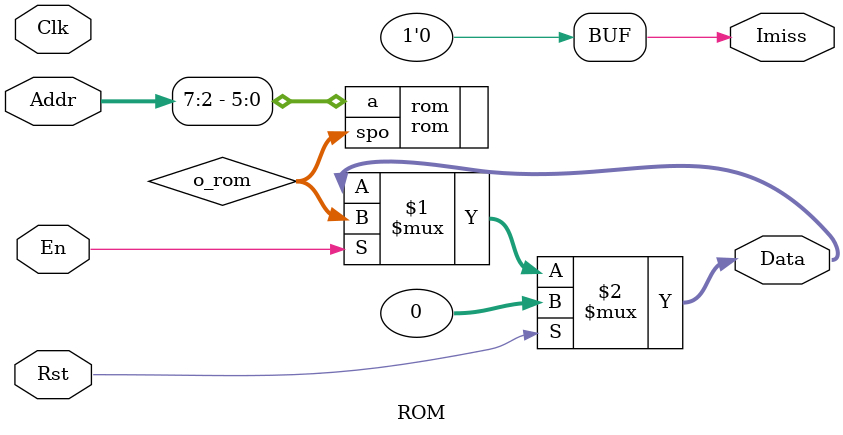
<source format=v>
`timescale 1ns / 1ps

module ROM(
    input Clk,
    input Rst,
    input En,
    input [31:0] Addr,
    output [31:0] Data,
    output Imiss 
);


wire [31:0] o_rom;
wire [5:0] Address_LSBs;


//assign Address_LSBs = Addr[5:0] / 32'h4;

rom rom(
    .a(Addr[7:2]),
    .spo(o_rom)
);
 
//reg [31:0] mem[255:0];

assign Data =   (Rst)     ?     0:  
                (En)      ?     o_rom: 
                                Data;
assign Imiss = 0;                          
/*initial
      $readmemh("v.out",mem);    // init memory
      */
endmodule

</source>
